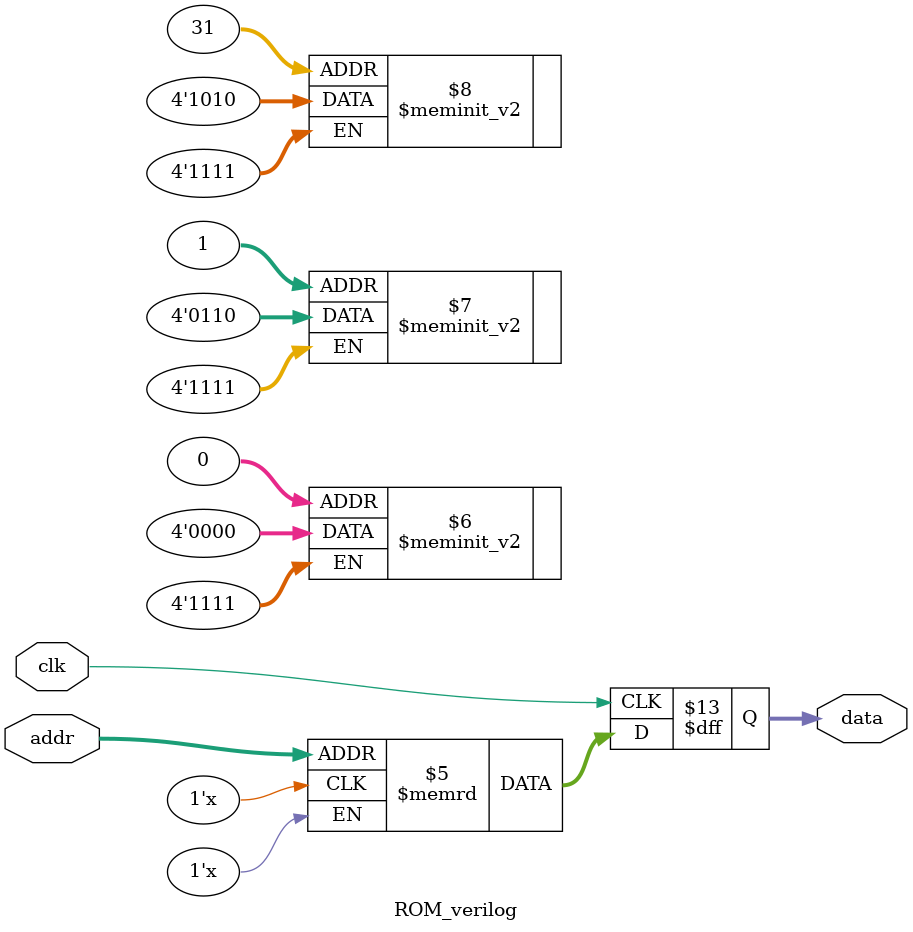
<source format=v>
`timescale 1ns / 1ps


module ROM_verilog(
    input wire clk,
    input wire [3:0] addr,
    output reg [3:0] data
    );
    
reg [3:0] rom [0:15];

initial begin
    rom[0] = 4'b0000;
    rom[1] = 4'b0110;
    // etc...
    rom[31] = 4'b1010;
end
always @(posedge clk) begin
    data <= rom[addr];
end
endmodule

</source>
